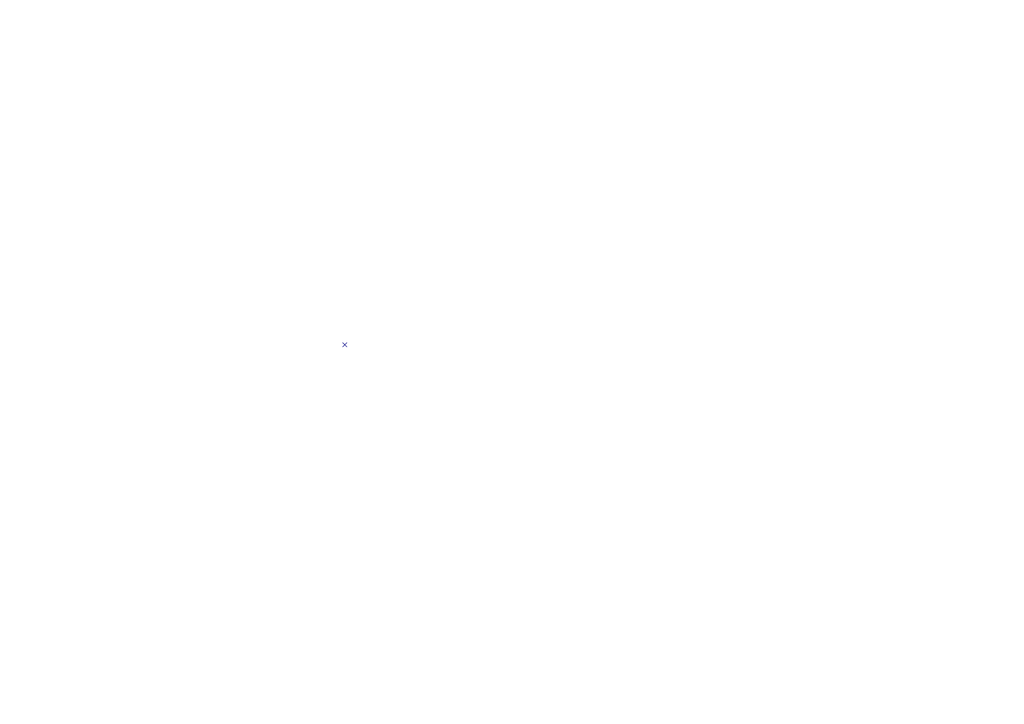
<source format=kicad_sch>
(kicad_sch
	(version 20250114)
	(generator "eeschema")
	(generator_version "9.0")
	(uuid "b4fbeadb-ac27-411f-89ec-f8266f90eceb")
	(paper "A4")
	(title_block
		(title "No Connect Reference")
	)
	(lib_symbols)
	(no_connect
		(at 100 100)
		(uuid "f8caf306-9a06-4ce5-87eb-de25339eba9b")
	)
	(sheet_instances
		(path "/"
			(page "1")
		)
	)
	(embedded_fonts no)
)

</source>
